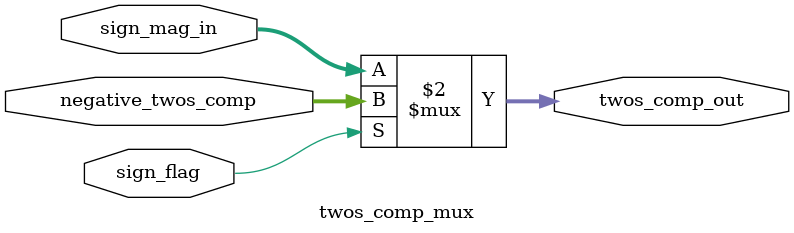
<source format=sv>

module sign_mag_to_twos_comp #(
    parameter WIDTH = 8
)(
    input  wire [WIDTH-1:0] sign_mag_in,
    output wire [WIDTH-1:0] twos_comp_out
);

    wire sign_flag;
    wire [WIDTH-2:0] magnitude_bits;
    wire [WIDTH-2:0] magnitude_cond_inv;
    wire [WIDTH-1:0] negative_twos_comp;
    wire [WIDTH-1:0] twos_comp_final;

    // Extract sign and magnitude
    sign_mag_extract #(
        .WIDTH(WIDTH)
    ) u_sign_mag_extract (
        .sign_mag_in(sign_mag_in),
        .sign_flag(sign_flag),
        .magnitude_bits(magnitude_bits)
    );

    // Negate magnitude (two's complement) via conditional inversion adder
    magnitude_conditional_invert #(
        .WIDTH(WIDTH-1)
    ) u_magnitude_conditional_invert (
        .magnitude_in(magnitude_bits),
        .invert_enable(sign_flag),
        .result_out(magnitude_cond_inv)
    );

    // Combine sign and processed magnitude to form negative two's complement
    assign negative_twos_comp = {1'b1, magnitude_cond_inv};

    // Select output based on sign
    twos_comp_mux #(
        .WIDTH(WIDTH)
    ) u_twos_comp_mux (
        .sign_flag(sign_flag),
        .sign_mag_in(sign_mag_in),
        .negative_twos_comp(negative_twos_comp),
        .twos_comp_out(twos_comp_final)
    );

    assign twos_comp_out = twos_comp_final;

endmodule

// -----------------------------------------------------------------------------
// Submodule: sign_mag_extract
// Extracts the sign bit and magnitude from sign-magnitude input.
// -----------------------------------------------------------------------------
module sign_mag_extract #(
    parameter WIDTH = 8
)(
    input  wire [WIDTH-1:0] sign_mag_in,
    output wire             sign_flag,
    output wire [WIDTH-2:0] magnitude_bits
);
    assign sign_flag = sign_mag_in[WIDTH-1];
    assign magnitude_bits = sign_mag_in[WIDTH-2:0];
endmodule

// -----------------------------------------------------------------------------
// Submodule: magnitude_conditional_invert
// Conditional inversion adder for two's complement negation.
// -----------------------------------------------------------------------------
module magnitude_conditional_invert #(
    parameter WIDTH = 7
)(
    input  wire [WIDTH-1:0] magnitude_in,
    input  wire             invert_enable,
    output wire [WIDTH-1:0] result_out
);
    wire [WIDTH-1:0] inverted_magnitude;
    wire [WIDTH-1:0] sum_result;
    wire             carry_in;
    integer i;

    assign inverted_magnitude = invert_enable ? ~magnitude_in : magnitude_in;
    assign carry_in = invert_enable ? 1'b1 : 1'b0;

    // Ripple-carry adder for conditional inversion (+1 if invert_enable)
    reg [WIDTH-1:0] sum_reg;
    reg             carry;
    always @* begin
        carry = carry_in;
        for (i = 0; i < WIDTH; i = i + 1) begin
            sum_reg[i] = inverted_magnitude[i] ^ carry;
            carry = (inverted_magnitude[i] & carry) | (magnitude_in[i] & ~invert_enable & carry);
        end
    end
    assign result_out = sum_reg;
endmodule

// -----------------------------------------------------------------------------
// Submodule: twos_comp_mux
// Selects the correct output based on the sign bit.
// -----------------------------------------------------------------------------
module twos_comp_mux #(
    parameter WIDTH = 8
)(
    input  wire             sign_flag,
    input  wire [WIDTH-1:0] sign_mag_in,
    input  wire [WIDTH-1:0] negative_twos_comp,
    output wire [WIDTH-1:0] twos_comp_out
);
    assign twos_comp_out = sign_flag ? negative_twos_comp : sign_mag_in;
endmodule
</source>
